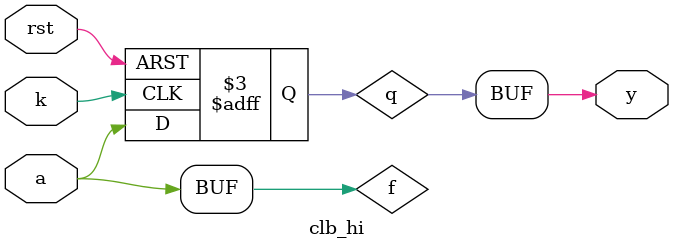
<source format=v>
module clb_hi(
	input a,
	input k,
	input rst,
	output y
);

	wire f;
	reg q;
	
	assign f = a;
	
	always @(posedge k, negedge rst) begin
		if (rst == 1'b0) begin
			q <= 1'b0;
		end else begin
			q <= f;
		end
	end
	
	assign y = q;
	
endmodule

</source>
